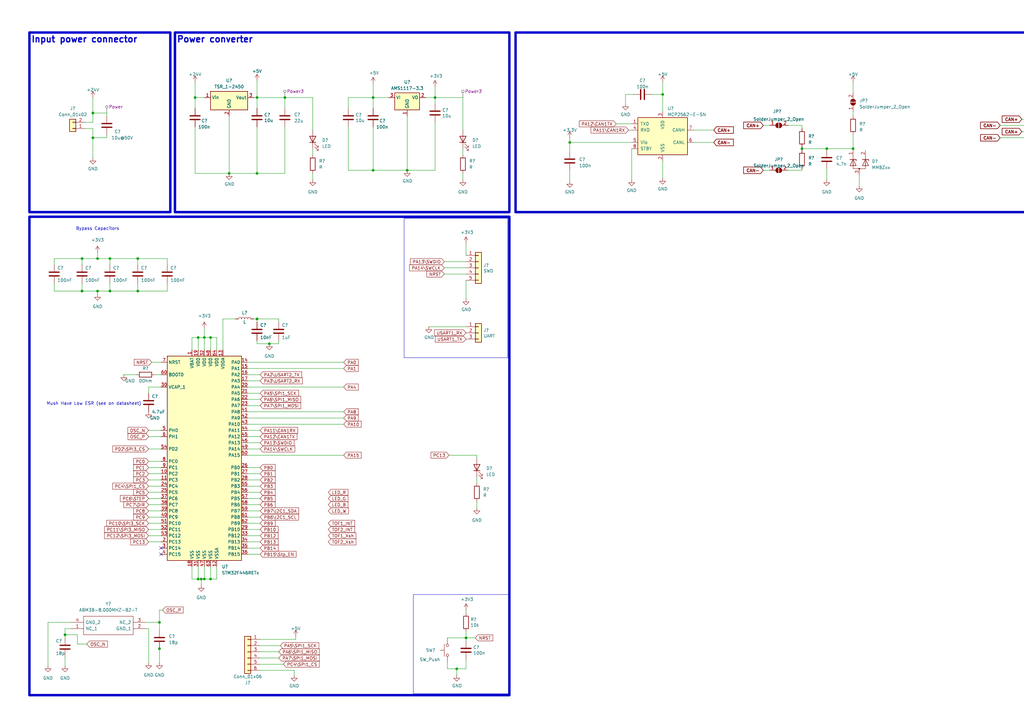
<source format=kicad_sch>
(kicad_sch (version 20230121) (generator eeschema)
  (paper "A3")
  (lib_symbols
    (symbol "+3.3V_1" (power) (pin_names (offset 0))
      (property "Value" "+3.3V_1" (at 0 3.556 0))
      (symbol "+3.3V_1_1_1"
        (pin power_in line (at 0 0 90) (length 0) hide (name "+3.3V") (number "1"))
      )
    )
    (symbol "ABM3B-8.000MHZ-B2-T:ABM3B-8.000MHZ-B2-T" (pin_names (offset 0.762))
      (property "Reference" "Y" (at 26.67 7.62 0))
      (property "Value" "ABM3B-8.000MHZ-B2-T" (at 26.67 5.08 0))
      (symbol "ABM3B-8.000MHZ-B2-T_0_0"
        (pin passive line (at 0 -2.54 0) (length 5.08) (name "NC_1") (number "1"))
        (pin passive line (at 30.48 -2.54 180) (length 5.08) (name "GND_1") (number "2"))
        (pin passive line (at 30.48 0 180) (length 5.08) (name "NC_2") (number "3"))
        (pin passive line (at 0 0 0) (length 5.08) (name "GND_2") (number "4"))
      )
    )
    (symbol "Connector:Screw_Terminal_01x04" (pin_names (offset 1.016) hide)
      (property "Reference" "J" (at 0 5.08 0))
      (property "Value" "Screw_Terminal_01x04" (at 0 -7.62 0))
      (symbol "Screw_Terminal_01x04_1_1"
        (pin passive line (at -5.08 2.54 0) (length 3.81) (name "Pin_1") (number "1"))
        (pin passive line (at -5.08 0 0) (length 3.81) (name "Pin_2") (number "2"))
        (pin passive line (at -5.08 -2.54 0) (length 3.81) (name "Pin_3") (number "3"))
        (pin passive line (at -5.08 -5.08 0) (length 3.81) (name "Pin_4") (number "4"))
      )
    )
    (symbol "Connector_Generic:Conn_01x02" (pin_names (offset 1.016) hide)
      (property "Reference" "J" (at 0 2.54 0))
      (property "Value" "Conn_01x02" (at 0 -5.08 0))
      (symbol "Conn_01x02_1_1"
        (pin passive line (at -5.08 0 0) (length 3.81) (name "Pin_1") (number "1"))
        (pin passive line (at -5.08 -2.54 0) (length 3.81) (name "Pin_2") (number "2"))
      )
    )
    (symbol "Connector_Generic:Conn_01x03" (pin_names (offset 1.016) hide)
      (property "Reference" "J" (at 0 5.08 0))
      (property "Value" "Conn_01x03" (at 0 -5.08 0))
      (symbol "Conn_01x03_1_1"
        (pin passive line (at -5.08 2.54 0) (length 3.81) (name "Pin_1") (number "1"))
        (pin passive line (at -5.08 0 0) (length 3.81) (name "Pin_2") (number "2"))
        (pin passive line (at -5.08 -2.54 0) (length 3.81) (name "Pin_3") (number "3"))
      )
    )
    (symbol "Connector_Generic:Conn_01x05" (pin_names (offset 1.016) hide)
      (property "Reference" "J" (at 0 7.62 0))
      (property "Value" "Conn_01x05" (at 0 -7.62 0))
      (symbol "Conn_01x05_1_1"
        (pin passive line (at -5.08 5.08 0) (length 3.81) (name "Pin_1") (number "1"))
        (pin passive line (at -5.08 2.54 0) (length 3.81) (name "Pin_2") (number "2"))
        (pin passive line (at -5.08 0 0) (length 3.81) (name "Pin_3") (number "3"))
        (pin passive line (at -5.08 -2.54 0) (length 3.81) (name "Pin_4") (number "4"))
        (pin passive line (at -5.08 -5.08 0) (length 3.81) (name "Pin_5") (number "5"))
      )
    )
    (symbol "Connector_Generic:Conn_01x06" (pin_names (offset 1.016) hide)
      (property "Reference" "J" (at 0 7.62 0))
      (property "Value" "Conn_01x06" (at 0 -10.16 0))
      (symbol "Conn_01x06_1_1"
        (pin passive line (at -5.08 5.08 0) (length 3.81) (name "Pin_1") (number "1"))
        (pin passive line (at -5.08 2.54 0) (length 3.81) (name "Pin_2") (number "2"))
        (pin passive line (at -5.08 0 0) (length 3.81) (name "Pin_3") (number "3"))
        (pin passive line (at -5.08 -2.54 0) (length 3.81) (name "Pin_4") (number "4"))
        (pin passive line (at -5.08 -5.08 0) (length 3.81) (name "Pin_5") (number "5"))
        (pin passive line (at -5.08 -7.62 0) (length 3.81) (name "Pin_6") (number "6"))
      )
    )
    (symbol "Device:C" (pin_numbers hide) (pin_names (offset 0.254))
      (property "Reference" "C" (at 0.635 2.54 0))
      (property "Value" "C" (at 0.635 -2.54 0))
      (symbol "C_1_1"
        (pin passive line (at 0 3.81 270) (length 2.794) (name "~") (number "1"))
        (pin passive line (at 0 -3.81 90) (length 2.794) (name "~") (number "2"))
      )
    )
    (symbol "Device:L" (pin_numbers hide) (pin_names (offset 1.016) hide)
      (property "Reference" "L" (at -1.27 0 90))
      (property "Value" "L" (at 1.905 0 90))
      (symbol "L_1_1"
        (pin passive line (at 0 3.81 270) (length 1.27) (name "1") (number "1"))
        (pin passive line (at 0 -3.81 90) (length 1.27) (name "2") (number "2"))
      )
    )
    (symbol "Device:LED" (pin_numbers hide) (pin_names (offset 1.016) hide)
      (property "Reference" "D" (at 0 2.54 0))
      (property "Value" "LED" (at 0 -2.54 0))
      (symbol "LED_1_1"
        (pin passive line (at -3.81 0 0) (length 2.54) (name "K") (number "1"))
        (pin passive line (at 3.81 0 180) (length 2.54) (name "A") (number "2"))
      )
    )
    (symbol "Device:R" (pin_numbers hide) (pin_names (offset 0))
      (property "Reference" "R" (at 2.032 0 90))
      (property "Value" "R" (at 0 0 90))
      (symbol "R_1_1"
        (pin passive line (at 0 3.81 270) (length 1.27) (name "~") (number "1"))
        (pin passive line (at 0 -3.81 90) (length 1.27) (name "~") (number "2"))
      )
    )
    (symbol "Diode:MMBZxx" (pin_names (offset 1.016) hide)
      (property "Reference" "D" (at 3.81 2.54 0))
      (property "Value" "MMBZxx" (at 3.81 0 0))
      (symbol "MMBZxx_1_1"
        (pin passive line (at -2.54 5.08 270) (length 2.54) (name "K") (number "1"))
        (pin passive line (at 2.54 5.08 270) (length 2.54) (name "K") (number "2"))
        (pin passive line (at 0 -5.08 90) (length 2.54) (name "A") (number "3"))
      )
    )
    (symbol "Interface_CAN_LIN:MCP2562-E-SN" (pin_names (offset 1.016))
      (property "Reference" "U" (at -10.16 8.89 0))
      (property "Value" "MCP2562-E-SN" (at 2.54 8.89 0))
      (symbol "MCP2562-E-SN_1_1"
        (pin input line (at -12.7 5.08 0) (length 2.54) (name "TXD") (number "1"))
        (pin power_in line (at 0 -10.16 90) (length 2.54) (name "VSS") (number "2"))
        (pin power_in line (at 0 10.16 270) (length 2.54) (name "VDD") (number "3"))
        (pin output line (at -12.7 2.54 0) (length 2.54) (name "RXD") (number "4"))
        (pin power_in line (at -12.7 -2.54 0) (length 2.54) (name "Vio") (number "5"))
        (pin bidirectional line (at 12.7 -2.54 180) (length 2.54) (name "CANL") (number "6"))
        (pin bidirectional line (at 12.7 2.54 180) (length 2.54) (name "CANH") (number "7"))
        (pin input line (at -12.7 -5.08 0) (length 2.54) (name "STBY") (number "8"))
      )
    )
    (symbol "Jumper:SolderJumper_2_Open" (pin_names (offset 0) hide)
      (property "Reference" "JP" (at 0 2.032 0))
      (property "Value" "SolderJumper_2_Open" (at 0 -2.54 0))
      (symbol "SolderJumper_2_Open_1_1"
        (pin passive line (at -3.81 0 0) (length 2.54) (name "A") (number "1"))
        (pin passive line (at 3.81 0 180) (length 2.54) (name "B") (number "2"))
      )
    )
    (symbol "MCU_ST_STM32F4:STM32F446RETx"
      (property "Reference" "U" (at -15.24 41.91 0))
      (property "Value" "STM32F446RETx" (at 10.16 41.91 0))
      (symbol "STM32F446RETx_1_1"
        (pin power_in line (at -5.08 43.18 270) (length 2.54) (name "VBAT") (number "1"))
        (pin bidirectional line (at -17.78 -7.62 0) (length 2.54) (name "PC2") (number "10"))
        (pin bidirectional line (at -17.78 -10.16 0) (length 2.54) (name "PC3") (number "11"))
        (pin power_in line (at 5.08 -45.72 90) (length 2.54) (name "VSSA") (number "12"))
        (pin power_in line (at 7.62 43.18 270) (length 2.54) (name "VDDA") (number "13"))
        (pin bidirectional line (at 17.78 38.1 180) (length 2.54) (name "PA0") (number "14"))
        (pin bidirectional line (at 17.78 35.56 180) (length 2.54) (name "PA1") (number "15"))
        (pin bidirectional line (at 17.78 33.02 180) (length 2.54) (name "PA2") (number "16"))
        (pin bidirectional line (at 17.78 30.48 180) (length 2.54) (name "PA3") (number "17"))
        (pin power_in line (at -5.08 -45.72 90) (length 2.54) (name "VSS") (number "18"))
        (pin power_in line (at -2.54 43.18 270) (length 2.54) (name "VDD") (number "19"))
        (pin bidirectional line (at -17.78 -35.56 0) (length 2.54) (name "PC13") (number "2"))
        (pin bidirectional line (at 17.78 27.94 180) (length 2.54) (name "PA4") (number "20"))
        (pin bidirectional line (at 17.78 25.4 180) (length 2.54) (name "PA5") (number "21"))
        (pin bidirectional line (at 17.78 22.86 180) (length 2.54) (name "PA6") (number "22"))
        (pin bidirectional line (at 17.78 20.32 180) (length 2.54) (name "PA7") (number "23"))
        (pin bidirectional line (at -17.78 -12.7 0) (length 2.54) (name "PC4") (number "24"))
        (pin bidirectional line (at -17.78 -15.24 0) (length 2.54) (name "PC5") (number "25"))
        (pin bidirectional line (at 17.78 -5.08 180) (length 2.54) (name "PB0") (number "26"))
        (pin bidirectional line (at 17.78 -7.62 180) (length 2.54) (name "PB1") (number "27"))
        (pin bidirectional line (at 17.78 -10.16 180) (length 2.54) (name "PB2") (number "28"))
        (pin bidirectional line (at 17.78 -30.48 180) (length 2.54) (name "PB10") (number "29"))
        (pin bidirectional line (at -17.78 -38.1 0) (length 2.54) (name "PC14") (number "3"))
        (pin power_in line (at -17.78 27.94 0) (length 2.54) (name "VCAP_1") (number "30"))
        (pin power_in line (at -2.54 -45.72 90) (length 2.54) (name "VSS") (number "31"))
        (pin power_in line (at 0 43.18 270) (length 2.54) (name "VDD") (number "32"))
        (pin bidirectional line (at 17.78 -33.02 180) (length 2.54) (name "PB12") (number "33"))
        (pin bidirectional line (at 17.78 -35.56 180) (length 2.54) (name "PB13") (number "34"))
        (pin bidirectional line (at 17.78 -38.1 180) (length 2.54) (name "PB14") (number "35"))
        (pin bidirectional line (at 17.78 -40.64 180) (length 2.54) (name "PB15") (number "36"))
        (pin bidirectional line (at -17.78 -17.78 0) (length 2.54) (name "PC6") (number "37"))
        (pin bidirectional line (at -17.78 -20.32 0) (length 2.54) (name "PC7") (number "38"))
        (pin bidirectional line (at -17.78 -22.86 0) (length 2.54) (name "PC8") (number "39"))
        (pin bidirectional line (at -17.78 -40.64 0) (length 2.54) (name "PC15") (number "4"))
        (pin bidirectional line (at -17.78 -25.4 0) (length 2.54) (name "PC9") (number "40"))
        (pin bidirectional line (at 17.78 17.78 180) (length 2.54) (name "PA8") (number "41"))
        (pin bidirectional line (at 17.78 15.24 180) (length 2.54) (name "PA9") (number "42"))
        (pin bidirectional line (at 17.78 12.7 180) (length 2.54) (name "PA10") (number "43"))
        (pin bidirectional line (at 17.78 10.16 180) (length 2.54) (name "PA11") (number "44"))
        (pin bidirectional line (at 17.78 7.62 180) (length 2.54) (name "PA12") (number "45"))
        (pin bidirectional line (at 17.78 5.08 180) (length 2.54) (name "PA13") (number "46"))
        (pin power_in line (at 0 -45.72 90) (length 2.54) (name "VSS") (number "47"))
        (pin power_in line (at 2.54 43.18 270) (length 2.54) (name "VDD") (number "48"))
        (pin bidirectional line (at 17.78 2.54 180) (length 2.54) (name "PA14") (number "49"))
        (pin input line (at -17.78 10.16 0) (length 2.54) (name "PH0") (number "5"))
        (pin bidirectional line (at 17.78 0 180) (length 2.54) (name "PA15") (number "50"))
        (pin bidirectional line (at -17.78 -27.94 0) (length 2.54) (name "PC10") (number "51"))
        (pin bidirectional line (at -17.78 -30.48 0) (length 2.54) (name "PC11") (number "52"))
        (pin bidirectional line (at -17.78 -33.02 0) (length 2.54) (name "PC12") (number "53"))
        (pin bidirectional line (at -17.78 2.54 0) (length 2.54) (name "PD2") (number "54"))
        (pin bidirectional line (at 17.78 -12.7 180) (length 2.54) (name "PB3") (number "55"))
        (pin bidirectional line (at 17.78 -15.24 180) (length 2.54) (name "PB4") (number "56"))
        (pin bidirectional line (at 17.78 -17.78 180) (length 2.54) (name "PB5") (number "57"))
        (pin bidirectional line (at 17.78 -20.32 180) (length 2.54) (name "PB6") (number "58"))
        (pin bidirectional line (at 17.78 -22.86 180) (length 2.54) (name "PB7") (number "59"))
        (pin input line (at -17.78 7.62 0) (length 2.54) (name "PH1") (number "6"))
        (pin input line (at -17.78 33.02 0) (length 2.54) (name "BOOT0") (number "60"))
        (pin bidirectional line (at 17.78 -25.4 180) (length 2.54) (name "PB8") (number "61"))
        (pin bidirectional line (at 17.78 -27.94 180) (length 2.54) (name "PB9") (number "62"))
        (pin power_in line (at 2.54 -45.72 90) (length 2.54) (name "VSS") (number "63"))
        (pin power_in line (at 5.08 43.18 270) (length 2.54) (name "VDD") (number "64"))
        (pin input line (at -17.78 38.1 0) (length 2.54) (name "NRST") (number "7"))
        (pin bidirectional line (at -17.78 -2.54 0) (length 2.54) (name "PC0") (number "8"))
        (pin bidirectional line (at -17.78 -5.08 0) (length 2.54) (name "PC1") (number "9"))
      )
    )
    (symbol "Regulator_Linear:AMS1117-3.3"
      (property "Reference" "U" (at -3.81 3.175 0))
      (property "Value" "AMS1117-3.3" (at 0 3.175 0))
      (symbol "AMS1117-3.3_1_1"
        (pin power_in line (at 0 -7.62 90) (length 2.54) (name "GND") (number "1"))
        (pin power_out line (at 7.62 0 180) (length 2.54) (name "VO") (number "2"))
        (pin power_in line (at -7.62 0 0) (length 2.54) (name "VI") (number "3"))
      )
    )
    (symbol "Regulator_Switching:TSR_1-2450"
      (property "Reference" "U" (at -7.62 6.35 0))
      (property "Value" "TSR_1-2450" (at -1.27 6.35 0))
      (symbol "TSR_1-2450_1_1"
        (pin power_in line (at -10.16 2.54 0) (length 2.54) (name "Vin") (number "1"))
        (pin power_in line (at 0 -5.08 90) (length 2.54) (name "GND") (number "2"))
        (pin power_out line (at 10.16 2.54 180) (length 2.54) (name "Vout") (number "3"))
      )
    )
    (symbol "Switch:SW_Push" (pin_numbers hide) (pin_names (offset 1.016) hide)
      (property "Reference" "SW" (at 1.27 2.54 0))
      (property "Value" "SW_Push" (at 0 -1.524 0))
      (symbol "SW_Push_0_1"
        (pin passive line (at -5.08 0 0) (length 2.54) (name "1") (number "1"))
        (pin passive line (at 5.08 0 180) (length 2.54) (name "2") (number "2"))
      )
    )
    (symbol "TEAM DIANA - WheelsTelemetryAssistent-rescue:+3.3V-power" (power) (pin_names (offset 0))
      (property "Value" "+3.3V-power" (at 0 3.556 0))
      (symbol "+3.3V-power_1_1"
        (pin power_in line (at 0 0 90) (length 0) hide (name "+3V3") (number "1"))
      )
    )
    (symbol "power:+24V" (power) (pin_names (offset 0))
      (property "Value" "+24V" (at 0 3.556 0))
      (symbol "+24V_1_1"
        (pin power_in line (at 0 0 90) (length 0) hide (name "+24V") (number "1"))
      )
    )
    (symbol "power:+3.3V" (power) (pin_names (offset 0))
      (property "Value" "+3.3V" (at 0 3.556 0))
      (symbol "+3.3V_1_1"
        (pin power_in line (at 0 0 90) (length 0) hide (name "+3V3") (number "1"))
      )
    )
    (symbol "power:+5V" (power) (pin_names (offset 0))
      (property "Value" "+5V" (at 0 3.556 0))
      (symbol "+5V_1_1"
        (pin power_in line (at 0 0 90) (length 0) hide (name "+5V") (number "1"))
      )
    )
    (symbol "power:GND" (power) (pin_names (offset 0))
      (property "Value" "GND" (at 0 -3.81 0))
      (symbol "GND_1_1"
        (pin power_in line (at 0 0 270) (length 0) hide (name "GND") (number "1"))
      )
    )
  )
  (junction (at 105.41 40.005))
  (junction (at 93.98 71.12))
  (junction (at 33.655 106.045))
  (junction (at 178.435 40.005))
  (junction (at 339.09 60.96))
  (junction (at 65.405 255.27))
  (junction (at 191.135 261.62))
  (junction (at 38.1 46.355))
  (junction (at 349.885 60.96))
  (junction (at 271.78 38.735))
  (junction (at 38.1 56.515))
  (junction (at 81.28 138.43))
  (junction (at 167.005 69.85))
  (junction (at 56.515 119.38))
  (junction (at 26.67 260.35))
  (junction (at 80.01 40.005))
  (junction (at 82.55 237.49))
  (junction (at 45.085 119.38))
  (junction (at 40.005 106.045))
  (junction (at 56.515 106.045))
  (junction (at 110.49 140.97))
  (junction (at 33.655 119.38))
  (junction (at 187.325 274.32))
  (junction (at 45.085 106.045))
  (junction (at 86.36 138.43))
  (junction (at 153.035 40.005))
  (junction (at 153.035 69.85))
  (junction (at 233.68 58.42))
  (junction (at 116.84 40.005))
  (junction (at 65.405 266.065))
  (junction (at 40.005 119.38))
  (junction (at 328.93 60.96))
  (junction (at 81.28 237.49))
  (junction (at 105.41 71.12))
  (junction (at 83.82 237.49))
  (junction (at 83.82 138.43))
  (junction (at 86.36 237.49))
  (junction (at 105.41 130.81))
  (no_connect (at 66.04 227.33))
  (no_connect (at 66.04 224.79))
  (wire (pts (xy 80.01 33.655) (xy 80.01 40.005)))
  (wire (pts (xy 60.96 271.78) (xy 60.96 257.81)))
  (wire (pts (xy 88.9 143.51) (xy 88.9 138.43)))
  (wire (pts (xy 142.875 69.85) (xy 153.035 69.85)))
  (wire (pts (xy 233.68 56.515) (xy 233.68 58.42)))
  (wire (pts (xy 178.435 50.165) (xy 178.435 69.85)))
  (wire (pts (xy 86.36 232.41) (xy 86.36 237.49)))
  (wire (pts (xy 101.6 227.33) (xy 106.68 227.33)))
  (wire (pts (xy 182.245 107.315) (xy 191.135 107.315)))
  (wire (pts (xy 65.405 266.065) (xy 65.405 263.525)))
  (wire (pts (xy 271.78 66.04) (xy 271.78 73.025)))
  (wire (pts (xy 105.41 130.81) (xy 105.41 132.08)))
  (wire (pts (xy 191.135 274.32) (xy 191.135 270.51)))
  (wire (pts (xy 349.885 60.96) (xy 349.885 61.595)))
  (wire (pts (xy 26.67 269.24) (xy 26.67 273.05)))
  (wire (pts (xy 22.225 119.38) (xy 22.225 116.205)))
  (wire (pts (xy 65.405 250.19) (xy 65.405 255.27)))
  (wire (pts (xy 349.885 45.72) (xy 349.885 47.625)))
  (wire (pts (xy 82.55 237.49) (xy 83.82 237.49)))
  (wire (pts (xy 189.865 40.005) (xy 189.865 53.34)))
  (wire (pts (xy 114.3 130.81) (xy 114.3 132.08)))
  (wire (pts (xy 339.09 69.215) (xy 339.09 73.66)))
  (wire (pts (xy 91.44 130.81) (xy 96.52 130.81)))
  (wire (pts (xy 88.9 232.41) (xy 88.9 237.49)))
  (wire (pts (xy 153.035 40.005) (xy 153.035 44.45)))
  (wire (pts (xy 259.715 38.735) (xy 256.54 38.735)))
  (wire (pts (xy 66.675 250.19) (xy 65.405 250.19)))
  (wire (pts (xy 328.93 60.96) (xy 339.09 60.96)))
  (wire (pts (xy 105.41 44.45) (xy 105.41 40.005)))
  (wire (pts (xy 101.6 171.45) (xy 140.97 171.45)))
  (wire (pts (xy 101.6 207.01) (xy 106.68 207.01)))
  (wire (pts (xy 105.41 130.81) (xy 114.3 130.81)))
  (wire (pts (xy 62.23 148.59) (xy 66.04 148.59)))
  (wire (pts (xy 256.54 38.735) (xy 256.54 42.545)))
  (wire (pts (xy 349.885 33.655) (xy 349.885 38.1)))
  (wire (pts (xy 153.035 34.29) (xy 153.035 40.005)))
  (wire (pts (xy 78.74 138.43) (xy 78.74 143.51)))
  (wire (pts (xy 105.41 139.7) (xy 105.41 140.97)))
  (wire (pts (xy 191.135 261.62) (xy 194.945 261.62)))
  (wire (pts (xy 40.005 119.38) (xy 45.085 119.38)))
  (wire (pts (xy 101.6 166.37) (xy 106.68 166.37)))
  (wire (pts (xy 43.815 47.625) (xy 43.815 46.355)))
  (wire (pts (xy 419.1 48.895) (xy 425.45 48.895)))
  (wire (pts (xy 128.27 60.96) (xy 128.27 63.5)))
  (wire (pts (xy 40.005 106.045) (xy 45.085 106.045)))
  (wire (pts (xy 101.6 168.91) (xy 140.97 168.91)))
  (wire (pts (xy 410.21 51.435) (xy 425.45 51.435)))
  (wire (pts (xy 101.6 153.67) (xy 106.68 153.67)))
  (wire (pts (xy 60.96 194.31) (xy 66.04 194.31)))
  (wire (pts (xy 83.82 138.43) (xy 83.82 143.51)))
  (wire (pts (xy 22.225 108.585) (xy 22.225 106.045)))
  (wire (pts (xy 59.69 255.27) (xy 65.405 255.27)))
  (wire (pts (xy 101.6 158.75) (xy 140.97 158.75)))
  (wire (pts (xy 167.005 47.625) (xy 167.005 69.85)))
  (wire (pts (xy 328.93 60.96) (xy 328.93 61.595)))
  (wire (pts (xy 323.215 69.85) (xy 328.93 69.85)))
  (wire (pts (xy 22.225 106.045) (xy 33.655 106.045)))
  (wire (pts (xy 328.93 69.85) (xy 328.93 69.215)))
  (wire (pts (xy 189.865 71.12) (xy 189.865 73.66)))
  (wire (pts (xy 86.36 237.49) (xy 88.9 237.49)))
  (wire (pts (xy 116.84 40.005) (xy 116.84 44.45)))
  (wire (pts (xy 105.41 40.005) (xy 116.84 40.005)))
  (wire (pts (xy 174.625 40.005) (xy 178.435 40.005)))
  (wire (pts (xy 60.96 196.85) (xy 66.04 196.85)))
  (wire (pts (xy 81.28 138.43) (xy 81.28 143.51)))
  (wire (pts (xy 26.67 260.35) (xy 26.67 261.62)))
  (wire (pts (xy 86.36 138.43) (xy 83.82 138.43)))
  (wire (pts (xy 352.425 71.755) (xy 352.425 76.2)))
  (wire (pts (xy 116.84 52.07) (xy 116.84 71.12)))
  (polyline (pts (xy 169.545 243.84) (xy 208.915 243.84)))
  (wire (pts (xy 101.6 186.69) (xy 140.97 186.69)))
  (wire (pts (xy 60.96 189.23) (xy 66.04 189.23)))
  (wire (pts (xy 101.6 222.25) (xy 106.68 222.25)))
  (wire (pts (xy 271.78 45.72) (xy 271.78 38.735)))
  (wire (pts (xy 195.58 195.58) (xy 195.58 198.12)))
  (wire (pts (xy 191.135 251.46) (xy 191.135 250.19)))
  (wire (pts (xy 128.27 71.12) (xy 128.27 73.66)))
  (wire (pts (xy 83.82 237.49) (xy 86.36 237.49)))
  (wire (pts (xy 101.6 199.39) (xy 106.68 199.39)))
  (wire (pts (xy 195.58 186.69) (xy 195.58 187.96)))
  (wire (pts (xy 38.1 46.355) (xy 43.815 46.355)))
  (wire (pts (xy 34.925 50.165) (xy 38.1 50.165)))
  (wire (pts (xy 101.6 148.59) (xy 140.97 148.59)))
  (wire (pts (xy 175.895 133.985) (xy 191.135 133.985)))
  (wire (pts (xy 339.09 60.96) (xy 349.885 60.96)))
  (wire (pts (xy 195.58 205.74) (xy 195.58 208.28)))
  (wire (pts (xy 82.55 237.49) (xy 82.55 240.03)))
  (wire (pts (xy 81.28 237.49) (xy 82.55 237.49)))
  (wire (pts (xy 101.6 176.53) (xy 106.68 176.53)))
  (wire (pts (xy 38.1 50.165) (xy 38.1 46.355)))
  (wire (pts (xy 153.035 52.07) (xy 153.035 69.85)))
  (wire (pts (xy 56.515 119.38) (xy 68.58 119.38)))
  (wire (pts (xy 83.82 232.41) (xy 83.82 237.49)))
  (wire (pts (xy 38.1 64.77) (xy 38.1 56.515)))
  (wire (pts (xy 66.04 158.75) (xy 60.96 158.75)))
  (wire (pts (xy 60.96 184.15) (xy 66.04 184.15)))
  (wire (pts (xy 45.085 106.045) (xy 45.085 108.585)))
  (wire (pts (xy 93.98 47.625) (xy 93.98 71.12)))
  (wire (pts (xy 257.81 53.34) (xy 259.08 53.34)))
  (wire (pts (xy 106.68 264.795) (xy 114.935 264.795)))
  (wire (pts (xy 142.875 44.45) (xy 142.875 40.005)))
  (wire (pts (xy 63.5 153.67) (xy 66.04 153.67)))
  (wire (pts (xy 182.245 112.395) (xy 191.135 112.395)))
  (wire (pts (xy 60.96 204.47) (xy 66.04 204.47)))
  (wire (pts (xy 101.6 184.15) (xy 106.68 184.15)))
  (wire (pts (xy 29.21 257.81) (xy 26.67 257.81)))
  (wire (pts (xy 106.68 262.255) (xy 121.285 262.255)))
  (wire (pts (xy 78.74 232.41) (xy 78.74 237.49)))
  (wire (pts (xy 45.085 119.38) (xy 56.515 119.38)))
  (wire (pts (xy 19.685 255.27) (xy 29.21 255.27)))
  (polyline (pts (xy 165.735 89.535) (xy 165.735 146.685)))
  (wire (pts (xy 104.14 130.81) (xy 105.41 130.81)))
  (wire (pts (xy 81.28 232.41) (xy 81.28 237.49)))
  (wire (pts (xy 60.96 207.01) (xy 66.04 207.01)))
  (wire (pts (xy 189.865 60.96) (xy 189.865 63.5)))
  (wire (pts (xy 80.01 71.12) (xy 93.98 71.12)))
  (wire (pts (xy 33.655 119.38) (xy 40.005 119.38)))
  (wire (pts (xy 86.36 138.43) (xy 86.36 143.51)))
  (wire (pts (xy 80.01 40.005) (xy 80.01 44.45)))
  (wire (pts (xy 60.96 158.75) (xy 60.96 161.29)))
  (wire (pts (xy 78.74 237.49) (xy 81.28 237.49)))
  (wire (pts (xy 80.01 40.005) (xy 83.82 40.005)))
  (wire (pts (xy 167.005 69.85) (xy 178.435 69.85)))
  (wire (pts (xy 120.65 274.955) (xy 120.65 276.86)))
  (wire (pts (xy 38.1 46.355) (xy 38.1 40.005)))
  (wire (pts (xy 101.6 212.09) (xy 106.68 212.09)))
  (wire (pts (xy 271.78 33.655) (xy 271.78 38.735)))
  (wire (pts (xy 183.515 261.62) (xy 191.135 261.62)))
  (polyline (pts (xy 165.735 146.685) (xy 208.28 146.685)))
  (wire (pts (xy 142.875 40.005) (xy 153.035 40.005)))
  (wire (pts (xy 271.78 38.735) (xy 267.335 38.735)))
  (wire (pts (xy 114.3 140.97) (xy 110.49 140.97)))
  (polyline (pts (xy 208.28 89.535) (xy 165.735 89.535)))
  (wire (pts (xy 31.75 264.16) (xy 31.75 260.35)))
  (wire (pts (xy 60.96 222.25) (xy 66.04 222.25)))
  (wire (pts (xy 101.6 204.47) (xy 106.68 204.47)))
  (wire (pts (xy 81.28 138.43) (xy 78.74 138.43)))
  (wire (pts (xy 128.27 40.005) (xy 128.27 53.34)))
  (wire (pts (xy 38.1 56.515) (xy 38.1 52.705)))
  (polyline (pts (xy 208.915 284.48) (xy 169.545 284.48)))
  (wire (pts (xy 106.68 267.335) (xy 114.3 267.335)))
  (wire (pts (xy 191.135 259.08) (xy 191.135 261.62)))
  (wire (pts (xy 19.685 273.05) (xy 19.685 255.27)))
  (wire (pts (xy 233.68 58.42) (xy 233.68 62.23)))
  (wire (pts (xy 183.515 271.78) (xy 183.515 274.32)))
  (wire (pts (xy 101.6 217.17) (xy 106.68 217.17)))
  (wire (pts (xy 425.45 56.515) (xy 410.21 56.515)))
  (wire (pts (xy 116.84 71.12) (xy 105.41 71.12)))
  (wire (pts (xy 43.815 55.245) (xy 43.815 56.515)))
  (wire (pts (xy 80.01 52.07) (xy 80.01 71.12)))
  (wire (pts (xy 101.6 209.55) (xy 106.68 209.55)))
  (wire (pts (xy 182.245 109.855) (xy 191.135 109.855)))
  (wire (pts (xy 178.435 42.545) (xy 178.435 40.005)))
  (wire (pts (xy 31.75 264.16) (xy 35.56 264.16)))
  (wire (pts (xy 153.035 40.005) (xy 159.385 40.005)))
  (wire (pts (xy 105.41 33.02) (xy 105.41 40.005)))
  (wire (pts (xy 114.3 139.7) (xy 114.3 140.97)))
  (wire (pts (xy 349.885 55.245) (xy 349.885 60.96)))
  (wire (pts (xy 60.96 201.93) (xy 66.04 201.93)))
  (wire (pts (xy 191.135 104.775) (xy 191.135 99.695)))
  (wire (pts (xy 88.9 138.43) (xy 86.36 138.43)))
  (wire (pts (xy 191.135 262.89) (xy 191.135 261.62)))
  (wire (pts (xy 153.035 69.85) (xy 167.005 69.85)))
  (wire (pts (xy 178.435 35.56) (xy 178.435 40.005)))
  (wire (pts (xy 116.84 40.005) (xy 128.27 40.005)))
  (wire (pts (xy 178.435 40.005) (xy 189.865 40.005)))
  (wire (pts (xy 101.6 196.85) (xy 106.68 196.85)))
  (wire (pts (xy 40.005 119.38) (xy 40.005 120.65)))
  (wire (pts (xy 26.67 257.81) (xy 26.67 260.35)))
  (wire (pts (xy 22.225 119.38) (xy 33.655 119.38)))
  (wire (pts (xy 65.405 266.065) (xy 65.405 271.78)))
  (wire (pts (xy 83.82 134.62) (xy 83.82 138.43)))
  (wire (pts (xy 93.98 71.12) (xy 105.41 71.12)))
  (wire (pts (xy 313.055 51.435) (xy 315.595 51.435)))
  (wire (pts (xy 142.875 52.07) (xy 142.875 69.85)))
  (wire (pts (xy 328.93 60.325) (xy 328.93 60.96)))
  (wire (pts (xy 56.515 106.045) (xy 45.085 106.045)))
  (wire (pts (xy 50.8 153.67) (xy 55.88 153.67)))
  (wire (pts (xy 101.6 156.21) (xy 106.68 156.21)))
  (wire (pts (xy 106.68 269.875) (xy 114.3 269.875)))
  (polyline (pts (xy 208.28 146.685) (xy 208.28 89.535)))
  (wire (pts (xy 339.09 60.96) (xy 339.09 61.595)))
  (wire (pts (xy 233.68 69.85) (xy 233.68 74.295)))
  (wire (pts (xy 323.215 51.435) (xy 328.93 51.435)))
  (wire (pts (xy 284.48 53.34) (xy 292.735 53.34)))
  (wire (pts (xy 328.93 51.435) (xy 328.93 52.705)))
  (wire (pts (xy 101.6 163.83) (xy 106.68 163.83)))
  (wire (pts (xy 110.49 140.97) (xy 105.41 140.97)))
  (wire (pts (xy 56.515 119.38) (xy 56.515 116.205)))
  (wire (pts (xy 191.135 114.935) (xy 191.135 122.555)))
  (wire (pts (xy 106.68 274.955) (xy 120.65 274.955)))
  (wire (pts (xy 65.405 258.445) (xy 65.405 255.27)))
  (wire (pts (xy 284.48 58.42) (xy 292.735 58.42)))
  (wire (pts (xy 101.6 173.99) (xy 140.97 173.99)))
  (wire (pts (xy 101.6 194.31) (xy 106.68 194.31)))
  (wire (pts (xy 101.6 181.61) (xy 106.68 181.61)))
  (wire (pts (xy 101.6 179.07) (xy 106.68 179.07)))
  (wire (pts (xy 91.44 143.51) (xy 91.44 130.81)))
  (polyline (pts (xy 169.545 284.48) (xy 169.545 243.84)))
  (wire (pts (xy 60.96 209.55) (xy 66.04 209.55)))
  (wire (pts (xy 38.1 52.705) (xy 34.925 52.705)))
  (wire (pts (xy 121.285 262.255) (xy 121.285 260.985)))
  (wire (pts (xy 60.96 257.81) (xy 59.69 257.81)))
  (wire (pts (xy 60.96 199.39) (xy 66.04 199.39)))
  (wire (pts (xy 83.82 138.43) (xy 81.28 138.43)))
  (wire (pts (xy 104.14 40.005) (xy 105.41 40.005)))
  (wire (pts (xy 40.005 103.505) (xy 40.005 106.045)))
  (wire (pts (xy 101.6 151.13) (xy 140.97 151.13)))
  (polyline (pts (xy 208.915 243.84) (xy 208.915 284.48)))
  (wire (pts (xy 45.085 119.38) (xy 45.085 116.205)))
  (wire (pts (xy 60.96 191.77) (xy 66.04 191.77)))
  (wire (pts (xy 68.58 106.045) (xy 56.515 106.045)))
  (wire (pts (xy 101.6 224.79) (xy 106.68 224.79)))
  (wire (pts (xy 101.6 191.77) (xy 106.68 191.77)))
  (wire (pts (xy 60.96 212.09) (xy 66.04 212.09)))
  (wire (pts (xy 259.08 60.96) (xy 259.08 73.66)))
  (wire (pts (xy 101.6 201.93) (xy 106.68 201.93)))
  (wire (pts (xy 101.6 219.71) (xy 106.68 219.71)))
  (wire (pts (xy 33.655 106.045) (xy 33.655 108.585)))
  (wire (pts (xy 101.6 214.63) (xy 106.68 214.63)))
  (wire (pts (xy 101.6 161.29) (xy 106.68 161.29)))
  (wire (pts (xy 184.15 186.69) (xy 195.58 186.69)))
  (wire (pts (xy 187.325 274.32) (xy 191.135 274.32)))
  (wire (pts (xy 105.41 52.07) (xy 105.41 71.12)))
  (wire (pts (xy 56.515 108.585) (xy 56.515 106.045)))
  (wire (pts (xy 313.055 69.85) (xy 315.595 69.85)))
  (wire (pts (xy 60.96 219.71) (xy 66.04 219.71)))
  (wire (pts (xy 60.96 179.07) (xy 66.04 179.07)))
  (wire (pts (xy 106.68 272.415) (xy 116.205 272.415)))
  (wire (pts (xy 38.1 56.515) (xy 43.815 56.515)))
  (wire (pts (xy 31.75 260.35) (xy 26.67 260.35)))
  (wire (pts (xy 33.655 119.38) (xy 33.655 116.205)))
  (wire (pts (xy 33.655 106.045) (xy 40.005 106.045)))
  (wire (pts (xy 68.58 119.38) (xy 68.58 116.205)))
  (wire (pts (xy 252.73 50.8) (xy 259.08 50.8)))
  (wire (pts (xy 419.1 53.975) (xy 425.45 53.975)))
  (wire (pts (xy 187.325 276.86) (xy 187.325 274.32)))
  (wire (pts (xy 233.68 58.42) (xy 259.08 58.42)))
  (wire (pts (xy 68.58 108.585) (xy 68.58 106.045)))
  (wire (pts (xy 60.96 214.63) (xy 66.04 214.63)))
  (wire (pts (xy 60.96 217.17) (xy 66.04 217.17)))
  (wire (pts (xy 183.515 274.32) (xy 187.325 274.32)))
  (wire (pts (xy 60.96 176.53) (xy 66.04 176.53)))
  (rectangle (start 211.455 13.335) (end 485.775 86.995) (stroke (width 1)))
  (rectangle (start 71.755 13.335) (end 208.915 86.995) (stroke (width 1)))
  (rectangle (start 12.065 88.9) (end 208.915 285.115) (stroke (width 1)))
  (rectangle (start 12.065 13.335) (end 69.85 86.995) (stroke (width 1)))
  (text "Bypass Capacitors" (at 31.115 94.615 0) (effects (font (size 1.27 1.27)) (justify left bottom)))
  (text "Input power connector" (at 12.7 17.78 0) (effects (font (size 2.54 2.54) (thickness 0.508) bold) (justify left bottom)))
  (text "Power converter\n" (at 72.39 17.78 0) (effects (font (size 2.54 2.54) (thickness 0.508) bold) (justify left bottom)))
  (text "Mush Have Low ESR (see on datasheet)" (at 19.05 166.37 0) (effects (font (size 1.27 1.27)) (justify left bottom)))
  (global_label "PC4\\SPI1_CS" (shape input) (at 116.205 272.415 0) (property "Intersheetrefs" "${INTERSHEET_REFS}" (effects hide)))
  (global_label "PB13" (shape input) (at 106.68 222.25 0) (property "Intersheetrefs" "${INTERSHEET_REFS}" (effects hide)))
  (global_label "CAN+" (shape input) (at 419.1 53.975 180) (effects (font bold)) (property "Intersheetrefs" "${INTERSHEET_REFS}" (effects hide)))
  (global_label "PA9" (shape input) (at 140.97 171.45 0) (property "Intersheetrefs" "${INTERSHEET_REFS}" (effects hide)))
  (global_label "PA12\\CAN1TX" (shape input) (at 252.73 50.8 180) (property "Intersheetrefs" "${INTERSHEET_REFS}" (effects hide)))
  (global_label "PC7\\DIR" (shape input) (at 60.96 207.01 180) (property "Intersheetrefs" "${INTERSHEET_REFS}" (effects hide)))
  (global_label "LED_R" (shape input) (at 134.62 201.93 0) (property "Intersheetrefs" "${INTERSHEET_REFS}" (effects hide)))
  (global_label "PC8" (shape input) (at 60.96 209.55 180) (property "Intersheetrefs" "${INTERSHEET_REFS}" (effects hide)))
  (global_label "CAN+" (shape input) (at 292.735 53.34 0) (effects (font bold)) (property "Intersheetrefs" "${INTERSHEET_REFS}" (effects hide)))
  (global_label "PA11\\CAN1RX" (shape input) (at 106.68 176.53 0) (property "Intersheetrefs" "${INTERSHEET_REFS}" (effects hide)))
  (global_label "PC5" (shape input) (at 60.96 201.93 180) (property "Intersheetrefs" "${INTERSHEET_REFS}" (effects hide)))
  (global_label "PA14\\SWCLK" (shape input) (at 106.68 184.15 0) (property "Intersheetrefs" "${INTERSHEET_REFS}" (effects hide)))
  (global_label "PA3\\USART2_RX" (shape input) (at 106.68 156.21 0) (property "Intersheetrefs" "${INTERSHEET_REFS}" (effects hide)))
  (global_label "PB0" (shape input) (at 106.68 191.77 0) (property "Intersheetrefs" "${INTERSHEET_REFS}" (effects hide)))
  (global_label "PA10" (shape input) (at 140.97 173.99 0) (property "Intersheetrefs" "${INTERSHEET_REFS}" (effects hide)))
  (global_label "PB6\\I2C1_SCL" (shape input) (at 106.68 212.09 0) (property "Intersheetrefs" "${INTERSHEET_REFS}" (effects hide)))
  (global_label "PD2\\SPI3_CS" (shape input) (at 60.96 184.15 180) (property "Intersheetrefs" "${INTERSHEET_REFS}" (effects hide)))
  (global_label "CAN-" (shape input) (at 313.055 69.85 180) (effects (font bold)) (property "Intersheetrefs" "${INTERSHEET_REFS}" (effects hide)))
  (global_label "TOF2_Xsh" (shape input) (at 134.62 222.25 0) (property "Intersheetrefs" "${INTERSHEET_REFS}" (effects hide)))
  (global_label "LED_B" (shape input) (at 134.62 207.01 0) (property "Intersheetrefs" "${INTERSHEET_REFS}" (effects hide)))
  (global_label "CAN-" (shape input) (at 410.21 56.515 180) (effects (font bold)) (property "Intersheetrefs" "${INTERSHEET_REFS}" (effects hide)))
  (global_label "TOF2_INT" (shape input) (at 134.62 217.17 0) (property "Intersheetrefs" "${INTERSHEET_REFS}" (effects hide)))
  (global_label "OSC_P" (shape input) (at 66.675 250.19 0) (property "Intersheetrefs" "${INTERSHEET_REFS}" (effects hide)))
  (global_label "PA5\\SPI1_SCK" (shape input) (at 106.68 161.29 0) (property "Intersheetrefs" "${INTERSHEET_REFS}" (effects hide)))
  (global_label "PC9" (shape input) (at 60.96 212.09 180) (property "Intersheetrefs" "${INTERSHEET_REFS}" (effects hide)))
  (global_label "USART1_TX" (shape input) (at 191.135 139.065 180) (property "Intersheetrefs" "${INTERSHEET_REFS}" (effects hide)))
  (global_label "PC6\\STEP" (shape input) (at 60.96 204.47 180) (property "Intersheetrefs" "${INTERSHEET_REFS}" (effects hide)))
  (global_label "PB12" (shape input) (at 106.68 219.71 0) (property "Intersheetrefs" "${INTERSHEET_REFS}" (effects hide)))
  (global_label "OSC_N" (shape input) (at 60.96 176.53 180) (property "Intersheetrefs" "${INTERSHEET_REFS}" (effects hide)))
  (global_label "OSC_P" (shape input) (at 60.96 179.07 180) (property "Intersheetrefs" "${INTERSHEET_REFS}" (effects hide)))
  (global_label "CAN-" (shape input) (at 292.735 58.42 0) (effects (font bold)) (property "Intersheetrefs" "${INTERSHEET_REFS}" (effects hide)))
  (global_label "PA0" (shape input) (at 140.97 148.59 0) (property "Intersheetrefs" "${INTERSHEET_REFS}" (effects hide)))
  (global_label "TOF1_Xsh" (shape input) (at 134.62 219.71 0) (property "Intersheetrefs" "${INTERSHEET_REFS}" (effects hide)))
  (global_label "PA14\\SWCLK" (shape input) (at 182.245 109.855 180) (property "Intersheetrefs" "${INTERSHEET_REFS}" (effects hide)))
  (global_label "PA13\\SWDIO" (shape input) (at 106.68 181.61 0) (property "Intersheetrefs" "${INTERSHEET_REFS}" (effects hide)))
  (global_label "PA6\\SPI1_MISO" (shape input) (at 114.3 267.335 0) (property "Intersheetrefs" "${INTERSHEET_REFS}" (effects hide)))
  (global_label "PA5\\SPI1_SCK" (shape input) (at 114.935 264.795 0) (property "Intersheetrefs" "${INTERSHEET_REFS}" (effects hide)))
  (global_label "PA8" (shape input) (at 140.97 168.91 0) (property "Intersheetrefs" "${INTERSHEET_REFS}" (effects hide)))
  (global_label "PA4" (shape input) (at 140.97 158.75 0) (property "Intersheetrefs" "${INTERSHEET_REFS}" (effects hide)))
  (global_label "LED_W" (shape input) (at 134.62 209.55 0) (property "Intersheetrefs" "${INTERSHEET_REFS}" (effects hide)))
  (global_label "OSC_N" (shape input) (at 35.56 264.16 0) (property "Intersheetrefs" "${INTERSHEET_REFS}" (effects hide)))
  (global_label "PA11\\CAN1RX" (shape input) (at 257.81 53.34 180) (property "Intersheetrefs" "${INTERSHEET_REFS}" (effects hide)))
  (global_label "PA13\\SWDIO" (shape input) (at 182.245 107.315 180) (property "Intersheetrefs" "${INTERSHEET_REFS}" (effects hide)))
  (global_label "PA12\\CAN1TX" (shape input) (at 106.68 179.07 0) (property "Intersheetrefs" "${INTERSHEET_REFS}" (effects hide)))
  (global_label "PA7\\SPI1_MOSI" (shape input) (at 106.68 166.37 0) (property "Intersheetrefs" "${INTERSHEET_REFS}" (effects hide)))
  (global_label "PB1" (shape input) (at 106.68 194.31 0) (property "Intersheetrefs" "${INTERSHEET_REFS}" (effects hide)))
  (global_label "PB3" (shape input) (at 106.68 199.39 0) (property "Intersheetrefs" "${INTERSHEET_REFS}" (effects hide)))
  (global_label "PB14" (shape input) (at 106.68 224.79 0) (property "Intersheetrefs" "${INTERSHEET_REFS}" (effects hide)))
  (global_label "PC10\\SPI3_SCK" (shape input) (at 60.96 214.63 180) (property "Intersheetrefs" "${INTERSHEET_REFS}" (effects hide)))
  (global_label "PC0" (shape input) (at 60.96 189.23 180) (property "Intersheetrefs" "${INTERSHEET_REFS}" (effects hide)))
  (global_label "PB7\\I2C1_SDA" (shape input) (at 106.68 209.55 0) (property "Intersheetrefs" "${INTERSHEET_REFS}" (effects hide)))
  (global_label "PC2" (shape input) (at 60.96 194.31 180) (property "Intersheetrefs" "${INTERSHEET_REFS}" (effects hide)))
  (global_label "PC12\\SPI3_MOSI" (shape input) (at 60.96 219.71 180) (property "Intersheetrefs" "${INTERSHEET_REFS}" (effects hide)))
  (global_label "PC13" (shape input) (at 184.15 186.69 180) (property "Intersheetrefs" "${INTERSHEET_REFS}" (effects hide)))
  (global_label "PB10" (shape input) (at 106.68 217.17 0) (property "Intersheetrefs" "${INTERSHEET_REFS}" (effects hide)))
  (global_label "PB9" (shape input) (at 106.68 214.63 0) (property "Intersheetrefs" "${INTERSHEET_REFS}" (effects hide)))
  (global_label "PC4\\SPI1_CS" (shape input) (at 60.96 199.39 180) (property "Intersheetrefs" "${INTERSHEET_REFS}" (effects hide)))
  (global_label "PA6\\SPI1_MISO" (shape input) (at 106.68 163.83 0) (property "Intersheetrefs" "${INTERSHEET_REFS}" (effects hide)))
  (global_label "PB2" (shape input) (at 106.68 196.85 0) (property "Intersheetrefs" "${INTERSHEET_REFS}" (effects hide)))
  (global_label "USART1_RX" (shape input) (at 191.135 136.525 180) (property "Intersheetrefs" "${INTERSHEET_REFS}" (effects hide)))
  (global_label "PC1" (shape input) (at 60.96 191.77 180) (property "Intersheetrefs" "${INTERSHEET_REFS}" (effects hide)))
  (global_label "PA7\\SPI1_MOSI" (shape input) (at 114.3 269.875 0) (property "Intersheetrefs" "${INTERSHEET_REFS}" (effects hide)))
  (global_label "TOF1_INT" (shape input) (at 134.62 214.63 0) (property "Intersheetrefs" "${INTERSHEET_REFS}" (effects hide)))
  (global_label "PB4" (shape input) (at 106.68 201.93 0) (property "Intersheetrefs" "${INTERSHEET_REFS}" (effects hide)))
  (global_label "PC11\\SPI3_MISO" (shape input) (at 60.96 217.17 180) (property "Intersheetrefs" "${INTERSHEET_REFS}" (effects hide)))
  (global_label "CAN-" (shape input) (at 410.21 51.435 180) (effects (font bold)) (property "Intersheetrefs" "${INTERSHEET_REFS}" (effects hide)))
  (global_label "LED_G" (shape input) (at 134.62 204.47 0) (property "Intersheetrefs" "${INTERSHEET_REFS}" (effects hide)))
  (global_label "CAN+" (shape input) (at 313.055 51.435 180) (effects (font bold)) (property "Intersheetrefs" "${INTERSHEET_REFS}" (effects hide)))
  (global_label "PA1" (shape input) (at 140.97 151.13 0) (property "Intersheetrefs" "${INTERSHEET_REFS}" (effects hide)))
  (global_label "PB15\\Stp_EN" (shape input) (at 106.68 227.33 0) (property "Intersheetrefs" "${INTERSHEET_REFS}" (effects hide)))
  (global_label "NRST" (shape input) (at 194.945 261.62 0) (property "Intersheetrefs" "${INTERSHEET_REFS}" (effects hide)))
  (global_label "PA15" (shape input) (at 140.97 186.69 0) (property "Intersheetrefs" "${INTERSHEET_REFS}" (effects hide)))
  (global_label "PA2\\USART2_TX" (shape input) (at 106.68 153.67 0) (property "Intersheetrefs" "${INTERSHEET_REFS}" (effects hide)))
  (global_label "NRST" (shape input) (at 182.245 112.395 180) (effects (font italic)) (property "Intersheetrefs" "${INTERSHEET_REFS}" (effects hide)))
  (global_label "PC13" (shape input) (at 60.96 222.25 180) (property "Intersheetrefs" "${INTERSHEET_REFS}" (effects hide)))
  (global_label "PB6" (shape input) (at 106.68 207.01 0) (property "Intersheetrefs" "${INTERSHEET_REFS}" (effects hide)))
  (global_label "PB5" (shape input) (at 106.68 204.47 0) (property "Intersheetrefs" "${INTERSHEET_REFS}" (effects hide)))
  (global_label "PC3" (shape input) (at 60.96 196.85 180) (property "Intersheetrefs" "${INTERSHEET_REFS}" (effects hide)))
  (global_label "CAN+" (shape input) (at 419.1 48.895 180) (effects (font bold)) (property "Intersheetrefs" "${INTERSHEET_REFS}" (effects hide)))
  (global_label "NRST" (shape input) (at 62.23 148.59 180) (property "Intersheetrefs" "${INTERSHEET_REFS}" (effects hide)))
  (netclass_flag "" (length 2.54) (shape round) (at 116.84 40.005 0) (property "Netclass" "Power3" (at 117.5385 37.465 0) (effects (font italic) (justify left))))
  (netclass_flag "" (length 2.54) (shape round) (at 43.815 46.355 0) (property "Netclass" "Power" (at 44.5135 43.815 0) (effects (font italic) (justify left))))
  (netclass_flag "" (length 2.54) (shape round) (at 189.865 40.005 0) (property "Netclass" "Power3" (at 190.5635 37.465 0) (effects (font italic) (justify left))))
  (symbol (lib_id "Device:C") (at 339.09 65.405 180) (unit 1)
    (property "Reference" "C?" (at 342.9 64.77 0) (effects (justify right)))
    (property "Value" "4.7n" (at 342.9 67.31 0) (effects (justify right)))
    (property "Footprint" "Capacitor_SMD:C_0603_1608Metric" (effects hide))
  )
  (symbol (lib_id "Jumper:SolderJumper_2_Open") (at 349.885 41.91 90) (unit 1)
    (property "Reference" "JP?" (at 352.425 41.275 90) (effects (justify right)))
    (property "Value" "SolderJumper_2_Open" (at 352.425 43.815 90) (effects (justify right)))
    (property "Footprint" "Jumper:SolderJumper-2_P1.3mm_Open_Pad1.0x1.5mm" (effects hide))
  )
  (symbol (lib_id "Device:L") (at 100.33 130.81 90) (unit 1)
    (property "Reference" "L?" (at 100.33 128.27 90))
    (property "Value" "L" (at 100.33 132.08 90))
    (property "Footprint" "Inductor_SMD:L_0603_1608Metric_Pad1.05x0.95mm_HandSolder" (effects hide))
  )
  (symbol (lib_id "Device:C") (at 191.135 266.7 0) (unit 1)
    (property "Reference" "C?" (at 194.056 265.5316 0) (effects (justify left)))
    (property "Value" "100n" (at 194.056 267.843 0) (effects (justify left)))
    (property "Footprint" "Capacitor_SMD:C_0402_1005Metric" (effects hide))
  )
  (symbol (lib_id "power:GND") (at 256.54 42.545 0) (unit 1)
    (property "Reference" "#PWR08" (effects hide))
    (property "Value" "GND" (at 256.54 46.99 0))
  )
  (symbol (lib_id "Connector_Generic:Conn_01x05") (at 196.215 109.855 0) (unit 1)
    (property "Reference" "J?" (at 198.247 108.7882 0) (effects (justify left)))
    (property "Value" "SWD" (at 198.247 111.0996 0) (effects (justify left)))
    (property "Footprint" "Connector_Molex:Molex_PicoBlade_53261-0571_1x05-1MP_P1.25mm_Horizontal" (effects hide))
  )
  (symbol (lib_id "power:GND") (at 195.58 208.28 0) (unit 1)
    (property "Reference" "#PWR043" (effects hide))
    (property "Value" "GND" (at 195.58 213.36 0))
  )
  (symbol (lib_id "Device:C") (at 263.525 38.735 90) (unit 1)
    (property "Reference" "C?" (at 263.525 33.02 90))
    (property "Value" "100n" (at 263.525 35.56 90))
    (property "Footprint" "Capacitor_SMD:C_0402_1005Metric" (effects hide))
  )
  (symbol (lib_id "power:GND") (at 110.49 140.97 0) (unit 1)
    (property "Reference" "#PWR029" (effects hide))
    (property "Value" "GND" (at 110.49 146.05 0))
  )
  (symbol (lib_id "power:GND") (at 189.865 73.66 0) (unit 1)
    (property "Reference" "#PWR015" (effects hide))
    (property "Value" "GND" (at 189.865 78.74 0))
  )
  (symbol (lib_id "Connector:Screw_Terminal_01x04") (at 430.53 51.435 0) (unit 1)
    (property "Reference" "J?" (at 433.705 52.07 0) (effects (justify left)))
    (property "Value" "Screw_Terminal_01x04" (at 433.705 54.61 0) (effects (justify left)))
    (property "Footprint" "Connector_Molex:Molex_PicoBlade_53261-0471_1x04-1MP_P1.25mm_Horizontal" (effects hide))
  )
  (symbol (lib_id "power:GND") (at 352.425 76.2 0) (unit 1)
    (property "Reference" "#PWR019" (effects hide))
    (property "Value" "GND" (at 352.425 81.28 0))
  )
  (symbol (lib_id "Device:R") (at 191.135 255.27 0) (unit 1)
    (property "Reference" "R?" (at 192.913 254.1016 0) (effects (justify left)))
    (property "Value" "10k" (at 192.913 256.413 0) (effects (justify left)))
    (property "Footprint" "Resistor_SMD:R_0402_1005Metric" (effects hide))
  )
  (symbol (lib_id "Device:C") (at 105.41 135.89 0) (unit 1)
    (property "Reference" "C?" (at 106.68 133.35 0) (effects (justify left)))
    (property "Value" "10nF" (at 106.68 138.43 0) (effects (justify left)))
    (property "Footprint" "Capacitor_SMD:C_0402_1005Metric" (effects hide))
  )
  (symbol (lib_id "Device:LED") (at 195.58 191.77 90) (unit 1)
    (property "Reference" "D?" (at 199.39 192.0874 90) (effects (justify right)))
    (property "Value" "LED" (at 199.39 194.6274 90) (effects (justify right)))
    (property "Footprint" "LED_SMD:LED_0603_1608Metric_Pad1.05x0.95mm_HandSolder" (effects hide))
  )
  (symbol (lib_id "Device:LED") (at 128.27 57.15 90) (unit 1)
    (property "Reference" "D?" (at 132.08 57.4674 90) (effects (justify right)))
    (property "Value" "LED" (at 132.08 60.0074 90) (effects (justify right)))
    (property "Footprint" "LED_SMD:LED_0603_1608Metric_Pad1.05x0.95mm_HandSolder" (effects hide))
  )
  (symbol (lib_id "Device:C") (at 33.655 112.395 0) (unit 1)
    (property "Reference" "C?" (at 34.925 109.855 0) (effects (justify left)))
    (property "Value" "100nF" (at 34.925 114.935 0) (effects (justify left)))
    (property "Footprint" "Capacitor_SMD:C_0402_1005Metric" (effects hide))
  )
  (symbol (lib_id "power:GND") (at 271.78 73.025 0) (unit 1)
    (property "Reference" "#PWR013" (effects hide))
    (property "Value" "GND" (at 271.78 77.47 0))
  )
  (symbol (lib_id "Device:C") (at 26.67 265.43 0) (unit 1)
    (property "Reference" "C?" (at 22.86 262.89 0) (effects (justify left)))
    (property "Value" "18p" (at 22.86 267.97 0) (effects (justify left)))
    (property "Footprint" "Capacitor_SMD:C_0402_1005Metric_Pad0.74x0.62mm_HandSolder" (effects hide))
  )
  (symbol (lib_id "power:+3.3V") (at 83.82 134.62 0) (unit 1)
    (property "Reference" "#PWR028" (effects hide))
    (property "Value" "+3.3V" (at 83.82 129.54 0))
  )
  (symbol (lib_id "Jumper:SolderJumper_2_Open") (at 319.405 51.435 0) (unit 1)
    (property "Reference" "JP?" (at 318.77 45.72 0))
    (property "Value" "SolderJumper_2_Open" (at 319.405 48.895 0))
    (property "Footprint" "Jumper:SolderJumper-2_P1.3mm_Open_Pad1.0x1.5mm" (effects hide))
  )
  (symbol (lib_id "power:GND") (at 60.96 271.78 0) (unit 1)
    (property "Reference" "#PWR051" (effects hide))
    (property "Value" "GND" (at 60.96 276.86 0))
  )
  (symbol (lib_id "power:GND") (at 82.55 240.03 0) (unit 1)
    (property "Reference" "#PWR048" (effects hide))
    (property "Value" "GND" (at 82.55 245.11 0))
  )
  (symbol (lib_id "Jumper:SolderJumper_2_Open") (at 319.405 69.85 0) (unit 1)
    (property "Reference" "JP?" (at 319.405 65.405 0))
    (property "Value" "SolderJumper_2_Open" (at 319.405 67.945 0))
    (property "Footprint" "Jumper:SolderJumper-2_P1.3mm_Open_Pad1.0x1.5mm" (effects hide))
  )
  (symbol (lib_id "power:GND") (at 175.895 133.985 0) (unit 1)
    (property "Reference" "#PWR027" (effects hide))
    (property "Value" "GND" (at 176.022 138.3792 0))
  )
  (symbol (lib_id "Device:C") (at 60.96 165.1 0) (unit 1)
    (property "Reference" "C?" (at 62.23 162.56 0) (effects (justify left)))
    (property "Value" "4.7uF" (at 62.23 168.91 0) (effects (justify left)))
    (property "Footprint" "Capacitor_SMD:C_0603_1608Metric_Pad1.08x0.95mm_HandSolder" (effects hide))
  )
  (symbol (lib_id "power:GND") (at 50.8 153.67 0) (unit 1)
    (property "Reference" "#PWR032" (effects hide))
    (property "Value" "GND" (at 53.34 156.21 0))
  )
  (symbol (lib_id "Device:C") (at 45.085 112.395 0) (unit 1)
    (property "Reference" "C?" (at 46.355 109.855 0) (effects (justify left)))
    (property "Value" "100nF" (at 46.355 114.935 0) (effects (justify left)))
    (property "Footprint" "Capacitor_SMD:C_0402_1005Metric" (effects hide))
  )
  (symbol (lib_id "power:+5V") (at 349.885 33.655 0) (unit 1)
    (property "Reference" "#PWR04" (effects hide))
    (property "Value" "+5V" (at 349.885 30.48 0))
  )
  (symbol (lib_id "power:+24V") (at 38.1 40.005 0) (unit 1)
    (property "Reference" "#PWR07" (effects hide))
    (property "Value" "+24V" (at 38.1 36.83 0))
  )
  (symbol (lib_id "power:GND") (at 128.27 73.66 0) (unit 1)
    (property "Reference" "#PWR014" (effects hide))
    (property "Value" "GND" (at 128.27 78.74 0))
  )
  (symbol (lib_id "power:GND") (at 65.405 271.78 0) (unit 1)
    (property "Reference" "#PWR052" (effects hide))
    (property "Value" "GND" (at 65.405 276.86 0))
  )
  (symbol (lib_id "MCU_ST_STM32F4:STM32F446RETx") (at 83.82 186.69 0) (unit 1)
    (property "Reference" "U?" (at 90.9194 232.41 0) (effects (justify left)))
    (property "Value" "STM32F446RETx" (at 90.9194 234.95 0) (effects (justify left)))
    (property "Footprint" "Package_QFP:LQFP-64_10x10mm_P0.5mm" (effects hide))
    (property "Datasheet" "http://www.st.com/st-web-ui/static/active/en/resource/technical/document/datasheet/DM00141306.pdf" (effects hide))
  )
  (symbol (lib_id "TEAM DIANA - WheelsTelemetryAssistent-rescue:+3.3V-power") (at 191.135 250.19 0) (unit 1)
    (property "Reference" "#PWR049" (effects hide))
    (property "Value" "+3.3V" (at 191.516 245.7958 0))
  )
  (symbol (lib_id "power:GND") (at 60.96 168.91 0) (unit 1)
    (property "Reference" "#PWR036" (effects hide))
    (property "Value" "GND" (at 63.5 171.45 0))
  )
  (symbol (lib_id "Interface_CAN_LIN:MCP2562-E-SN") (at 271.78 55.88 0) (unit 1)
    (property "Reference" "U?" (at 273.7359 44.45 0) (effects (justify left)))
    (property "Value" "MCP2562-E-SN" (at 273.7359 46.99 0) (effects (justify left)))
    (property "Footprint" "Package_SO:SOIC-8_3.9x4.9mm_P1.27mm" (effects hide))
    (property "Datasheet" "http://ww1.microchip.com/downloads/en/DeviceDoc/25167A.pdf" (effects hide))
  )
  (symbol (lib_id "power:GND") (at 167.005 69.85 0) (unit 1)
    (property "Reference" "#PWR011" (effects hide))
    (property "Value" "GND" (at 167.132 74.2442 0))
  )
  (symbol (lib_id "power:+5V") (at 105.41 33.02 0) (unit 1)
    (property "Reference" "#PWR01" (effects hide))
    (property "Value" "+5V" (at 105.41 29.21 0))
  )
  (symbol (lib_id "Device:C") (at 178.435 46.355 0) (unit 1)
    (property "Reference" "C?" (at 181.356 45.1866 0) (effects (justify left)))
    (property "Value" "10u" (at 181.356 47.498 0) (effects (justify left)))
    (property "Footprint" "Capacitor_SMD:C_0603_1608Metric" (effects hide))
  )
  (symbol (lib_id "power:+5V") (at 271.78 33.655 0) (unit 1)
    (property "Reference" "#PWR03" (effects hide))
    (property "Value" "+5V" (at 271.78 30.48 0))
  )
  (symbol (lib_id "Device:C") (at 233.68 66.04 180) (unit 1)
    (property "Reference" "C?" (at 237.49 65.405 0) (effects (justify right)))
    (property "Value" "100n" (at 237.49 67.945 0) (effects (justify right)))
    (property "Footprint" "Capacitor_SMD:C_0402_1005Metric" (effects hide))
  )
  (symbol (lib_id "power:GND") (at 233.68 74.295 0) (unit 1)
    (property "Reference" "#PWR018" (effects hide))
    (property "Value" "GND" (at 233.68 78.74 0))
  )
  (symbol (lib_id "Device:R") (at 195.58 201.93 0) (unit 1)
    (property "Reference" "R?" (at 198.12 200.6599 0) (effects (justify left)))
    (property "Value" "R" (at 198.12 203.1999 0) (effects (justify left)))
    (property "Footprint" "Resistor_SMD:R_0402_1005Metric" (effects hide))
  )
  (symbol (lib_id "power:+5V") (at 153.035 34.29 0) (unit 1)
    (property "Reference" "#PWR05" (effects hide))
    (property "Value" "+5V" (at 153.416 29.8958 0))
  )
  (symbol (lib_id "power:GND") (at 26.67 273.05 0) (unit 1)
    (property "Reference" "#PWR054" (effects hide))
    (property "Value" "GND" (at 26.67 278.13 0))
  )
  (symbol (lib_id "power:GND") (at 120.65 276.86 0) (unit 1)
    (property "Reference" "#PWR055" (effects hide))
    (property "Value" "GND" (at 120.65 281.305 0))
  )
  (symbol (lib_id "Diode:MMBZxx") (at 352.425 66.675 0) (unit 1)
    (property "Reference" "D?" (at 357.505 66.167 0) (effects (justify left)))
    (property "Value" "MMBZxx" (at 357.505 68.707 0) (effects (justify left)))
    (property "Footprint" "Package_TO_SOT_SMD:SOT-23" (effects hide))
    (property "Datasheet" "http://www.onsemi.com/pub/Collateral/MMBZ5V6ALT1-D.PDF" (effects hide))
  )
  (symbol (lib_id "power:GND") (at 187.325 276.86 0) (unit 1)
    (property "Reference" "#PWR056" (effects hide))
    (property "Value" "GND" (at 187.452 281.2542 0))
  )
  (symbol (lib_id "Device:C") (at 105.41 48.26 0) (unit 1)
    (property "Reference" "C?" (at 108.331 47.0916 0) (effects (justify left)))
    (property "Value" "10u" (at 108.331 49.403 0) (effects (justify left)))
    (property "Footprint" "Capacitor_SMD:C_0603_1608Metric" (effects hide))
  )
  (symbol (lib_id "Device:C") (at 65.405 262.255 0) (unit 1)
    (property "Reference" "C?" (at 69.215 260.9849 0) (effects (justify left)))
    (property "Value" "18p" (at 69.215 263.5249 0) (effects (justify left)))
    (property "Footprint" "Capacitor_SMD:C_0402_1005Metric_Pad0.74x0.62mm_HandSolder" (effects hide))
  )
  (symbol (lib_id "ABM3B-8.000MHZ-B2-T:ABM3B-8.000MHZ-B2-T") (at 29.21 255.27 0) (unit 1)
    (property "Reference" "Y?" (at 44.45 247.65 0))
    (property "Value" "ABM3B-8.000MHZ-B2-T" (at 44.45 250.19 0))
    (property "Footprint" "Crystal:Crystal_SMD_Abracon_ABM3B-4Pin_5.0x3.2mm" (effects hide))
    (property "Datasheet" "http://www.abracon.com/Resonators/abm3b.pdf" (effects hide))
    (property "Description" "ABRACON - ABM3B-8.000MHZ-B2-T - CRYSTAL, 8MHZ, 18PF, 5 X 3.2MM" (effects hide))
    (property "Height" "1.1" (effects hide))
    (property "Manufacturer_Name" "ABRACON" (effects hide))
    (property "Manufacturer_Part_Number" "ABM3B-8.000MHZ-B2-T" (effects hide))
    (property "Mouser Part Number" "815-ABM3B-8.0-B2-T" (effects hide))
    (property "Mouser Price/Stock" "https://www.mouser.co.uk/ProductDetail/ABRACON/ABM3B-8.000MHZ-B2-T?qs=NE97hfUNX0Ef9OqIOqO2cA%3D%3D" (effects hide))
    (property "Arrow Part Number" "ABM3B-8.000MHZ-B2-T" (effects hide))
    (property "Arrow Price/Stock" "https://www.arrow.com/en/products/abm3b-8.000mhz-b2-t/abracon?region=europe" (effects hide))
  )
  (symbol (lib_id "Device:R") (at 59.69 153.67 90) (unit 1)
    (property "Reference" "R?" (at 59.69 151.13 90))
    (property "Value" "0Ohm" (at 59.69 156.21 90))
    (property "Footprint" "Resistor_SMD:R_0402_1005Metric" (effects hide))
  )
  (symbol (lib_id "power:+24V") (at 80.01 33.655 0) (unit 1)
    (property "Reference" "#PWR02" (effects hide))
    (property "Value" "+24V" (at 80.01 30.48 0))
  )
  (symbol (lib_id "Device:R") (at 128.27 67.31 0) (unit 1)
    (property "Reference" "R?" (at 130.81 66.0399 0) (effects (justify left)))
    (property "Value" "R" (at 130.81 68.5799 0) (effects (justify left)))
    (property "Footprint" "Resistor_SMD:R_0402_1005Metric" (effects hide))
  )
  (symbol (lib_id "Connector_Generic:Conn_01x03") (at 196.215 136.525 0) (unit 1)
    (property "Reference" "J?" (at 198.247 135.4582 0) (effects (justify left)))
    (property "Value" "UART" (at 198.247 137.7696 0) (effects (justify left)))
    (property "Footprint" "Connector_PinHeader_1.27mm:PinHeader_1x03_P1.27mm_Vertical" (effects hide))
  )
  (symbol (lib_id "Device:R") (at 349.885 51.435 0) (unit 1)
    (property "Reference" "R?" (at 352.425 50.8 0) (effects (justify left)))
    (property "Value" "R" (at 352.425 53.34 0) (effects (justify left)))
    (property "Footprint" "Resistor_SMD:R_0402_1005Metric" (effects hide))
  )
  (symbol (lib_id "Connector_Generic:Conn_01x06") (at 101.6 267.335 0) (mirror y) (unit 1)
    (property "Reference" "J?" (at 101.6 280.035 0))
    (property "Value" "Conn_01x06" (at 101.6 277.495 0))
    (property "Footprint" "Connector_Molex:Molex_PicoBlade_53261-0671_1x06-1MP_P1.25mm_Horizontal" (effects hide))
  )
  (symbol (lib_id "power:+3.3V") (at 40.005 103.505 0) (unit 1)
    (property "Reference" "#PWR022" (effects hide))
    (property "Value" "+3.3V" (at 40.005 98.425 0))
  )
  (symbol (lib_id "Device:R") (at 328.93 65.405 0) (unit 1)
    (property "Reference" "R?" (at 331.47 64.77 0) (effects (justify left)))
    (property "Value" "R" (at 331.47 67.31 0) (effects (justify left)))
    (property "Footprint" "Resistor_SMD:R_0402_1005Metric" (effects hide))
  )
  (symbol (lib_name "+3.3V_1") (lib_id "power:+3.3V") (at 233.68 56.515 0) (unit 1)
    (property "Reference" "#PWR09" (effects hide))
    (property "Value" "+3.3V" (at 233.68 53.34 0))
  )
  (symbol (lib_id "Device:R") (at 328.93 56.515 0) (unit 1)
    (property "Reference" "R?" (at 331.47 55.88 0) (effects (justify left)))
    (property "Value" "R" (at 331.47 58.42 0) (effects (justify left)))
    (property "Footprint" "Resistor_SMD:R_0402_1005Metric" (effects hide))
  )
  (symbol (lib_id "Device:C") (at 116.84 48.26 180) (unit 1)
    (property "Reference" "C?" (at 123.19 46.99 0) (effects (justify left)))
    (property "Value" "22u" (at 124.46 49.53 0) (effects (justify left)))
    (property "Footprint" "Capacitor_SMD:C_0603_1608Metric" (effects hide))
  )
  (symbol (lib_id "power:GND") (at 259.08 73.66 0) (unit 1)
    (property "Reference" "#PWR016" (effects hide))
    (property "Value" "GND" (at 259.08 78.105 0))
  )
  (symbol (lib_id "Device:C") (at 56.515 112.395 0) (unit 1)
    (property "Reference" "C?" (at 57.785 109.855 0) (effects (justify left)))
    (property "Value" "100nF" (at 57.785 114.935 0) (effects (justify left)))
    (property "Footprint" "Capacitor_SMD:C_0402_1005Metric" (effects hide))
  )
  (symbol (lib_id "Switch:SW_Push") (at 183.515 266.7 90) (unit 1)
    (property "Reference" "SW?" (at 174.625 266.7 90) (effects (justify right)))
    (property "Value" "SW_Push" (at 172.085 270.51 90) (effects (justify right)))
    (property "Footprint" "Button_Switch_SMD:SW_Push_SPST_NO_Alps_SKRK" (effects hide))
  )
  (symbol (lib_id "Connector_Generic:Conn_01x02") (at 29.845 52.705 180) (unit 1)
    (property "Reference" "J?" (at 29.845 44.45 0))
    (property "Value" "Conn_01x02" (at 29.845 46.99 0))
    (property "Footprint" "Connector_Phoenix_MC:PhoenixContact_MCV_1,5_2-G-3.5_1x02_P3.50mm_Vertical" (effects hide))
  )
  (symbol (lib_id "Regulator_Switching:TSR_1-2450") (at 93.98 42.545 0) (unit 1)
    (property "Reference" "U?" (at 93.98 33.02 0))
    (property "Value" "TSR_1-2450" (at 93.98 35.56 0))
    (property "Footprint" "Converter_DCDC:Converter_DCDC_TRACO_TSR-1_THT" (effects hide))
    (property "Datasheet" "http://www.tracopower.com/products/tsr1.pdf" (effects hide))
  )
  (symbol (lib_id "Device:LED") (at 189.865 57.15 90) (unit 1)
    (property "Reference" "D?" (at 193.675 57.4674 90) (effects (justify right)))
    (property "Value" "LED" (at 193.675 60.0074 90) (effects (justify right)))
    (property "Footprint" "LED_SMD:LED_0603_1608Metric_Pad1.05x0.95mm_HandSolder" (effects hide))
  )
  (symbol (lib_id "power:GND") (at 191.135 122.555 0) (unit 1)
    (property "Reference" "#PWR026" (effects hide))
    (property "Value" "GND" (at 191.262 126.9492 0))
  )
  (symbol (lib_id "power:GND") (at 38.1 64.77 0) (unit 1)
    (property "Reference" "#PWR010" (effects hide))
    (property "Value" "GND" (at 38.1 69.215 0))
  )
  (symbol (lib_id "power:GND") (at 93.98 71.12 0) (unit 1)
    (property "Reference" "#PWR012" (effects hide))
    (property "Value" "GND" (at 94.107 75.5142 0))
  )
  (symbol (lib_id "power:GND") (at 19.685 273.05 0) (unit 1)
    (property "Reference" "#PWR053" (effects hide))
    (property "Value" "GND" (at 19.685 278.13 0))
  )
  (symbol (lib_id "Device:C") (at 68.58 112.395 0) (unit 1)
    (property "Reference" "C?" (at 69.85 109.855 0) (effects (justify left)))
    (property "Value" "100nF" (at 69.85 114.935 0) (effects (justify left)))
    (property "Footprint" "Capacitor_SMD:C_0402_1005Metric" (effects hide))
  )
  (symbol (lib_id "Device:C") (at 153.035 48.26 0) (unit 1)
    (property "Reference" "C?" (at 155.575 49.53 0) (effects (justify left)))
    (property "Value" "100n" (at 154.305 52.07 0) (effects (justify left)))
    (property "Footprint" "Capacitor_SMD:C_0402_1005Metric" (effects hide))
  )
  (symbol (lib_id "power:GND") (at 339.09 73.66 0) (unit 1)
    (property "Reference" "#PWR017" (effects hide))
    (property "Value" "GND" (at 339.09 78.74 0))
  )
  (symbol (lib_id "power:GND") (at 40.005 120.65 0) (unit 1)
    (property "Reference" "#PWR025" (effects hide))
    (property "Value" "GND" (at 40.005 125.73 0))
  )
  (symbol (lib_id "power:+3.3V") (at 178.435 35.56 0) (unit 1)
    (property "Reference" "#PWR06" (effects hide))
    (property "Value" "+3.3V" (at 178.816 31.1658 0))
  )
  (symbol (lib_id "Device:C") (at 114.3 135.89 0) (unit 1)
    (property "Reference" "C?" (at 115.57 133.35 0) (effects (justify left)))
    (property "Value" "1uF" (at 115.57 138.43 0) (effects (justify left)))
    (property "Footprint" "Capacitor_SMD:C_0603_1608Metric_Pad1.08x0.95mm_HandSolder" (effects hide))
  )
  (symbol (lib_id "Device:C") (at 142.875 48.26 0) (unit 1)
    (property "Reference" "C?" (at 145.796 47.0916 0) (effects (justify left)))
    (property "Value" "10u" (at 145.796 49.403 0) (effects (justify left)))
    (property "Footprint" "Capacitor_SMD:C_0603_1608Metric" (effects hide))
  )
  (symbol (lib_id "power:+5V") (at 121.285 260.985 0) (unit 1)
    (property "Reference" "#PWR050" (effects hide))
    (property "Value" "+5V" (at 121.285 257.81 0))
  )
  (symbol (lib_id "Device:R") (at 189.865 67.31 0) (unit 1)
    (property "Reference" "R?" (at 192.405 66.0399 0) (effects (justify left)))
    (property "Value" "R" (at 192.405 68.5799 0) (effects (justify left)))
    (property "Footprint" "Resistor_SMD:R_0402_1005Metric" (effects hide))
  )
  (symbol (lib_id "Device:C") (at 43.815 51.435 180) (unit 1)
    (property "Reference" "C?" (at 49.53 53.975 0) (effects (justify left)))
    (property "Value" "10u@50V" (at 54.61 56.515 0) (effects (justify left)))
    (property "Footprint" "Capacitor_SMD:C_0603_1608Metric" (effects hide))
  )
  (symbol (lib_id "Device:C") (at 22.225 112.395 0) (unit 1)
    (property "Reference" "C?" (at 23.495 109.855 0) (effects (justify left)))
    (property "Value" "100nF" (at 23.495 114.935 0) (effects (justify left)))
    (property "Footprint" "Capacitor_SMD:C_0402_1005Metric" (effects hide))
  )
  (symbol (lib_id "Regulator_Linear:AMS1117-3.3") (at 167.005 40.005 0) (unit 1)
    (property "Reference" "U?" (at 167.005 33.655 0))
    (property "Value" "AMS1117-3.3" (at 167.005 36.195 0))
    (property "Footprint" "Package_TO_SOT_SMD:SOT-223-3_TabPin2" (effects hide))
    (property "Datasheet" "http://www.advanced-monolithic.com/pdf/ds1117.pdf" (effects hide))
  )
  (symbol (lib_id "TEAM DIANA - WheelsTelemetryAssistent-rescue:+3.3V-power") (at 191.135 99.695 0) (unit 1)
    (property "Reference" "#PWR020" (effects hide))
    (property "Value" "+3.3V" (at 191.516 95.3008 0))
  )
  (symbol (lib_id "Device:C") (at 80.01 48.26 0) (unit 1)
    (property "Reference" "C?" (at 82.55 49.53 0) (effects (justify left)))
    (property "Value" "100n" (at 81.28 52.07 0) (effects (justify left)))
    (property "Footprint" "Capacitor_SMD:C_0402_1005Metric" (effects hide))
  )
)
</source>
